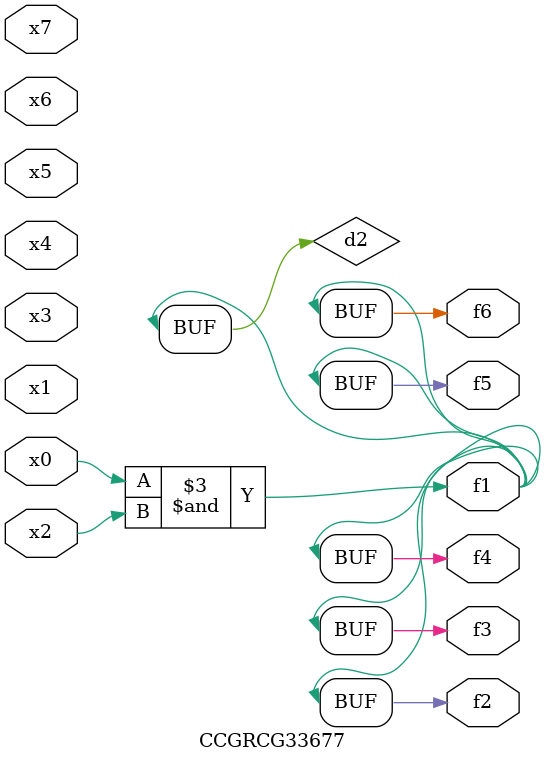
<source format=v>
module CCGRCG33677(
	input x0, x1, x2, x3, x4, x5, x6, x7,
	output f1, f2, f3, f4, f5, f6
);

	wire d1, d2;

	nor (d1, x3, x6);
	and (d2, x0, x2);
	assign f1 = d2;
	assign f2 = d2;
	assign f3 = d2;
	assign f4 = d2;
	assign f5 = d2;
	assign f6 = d2;
endmodule

</source>
